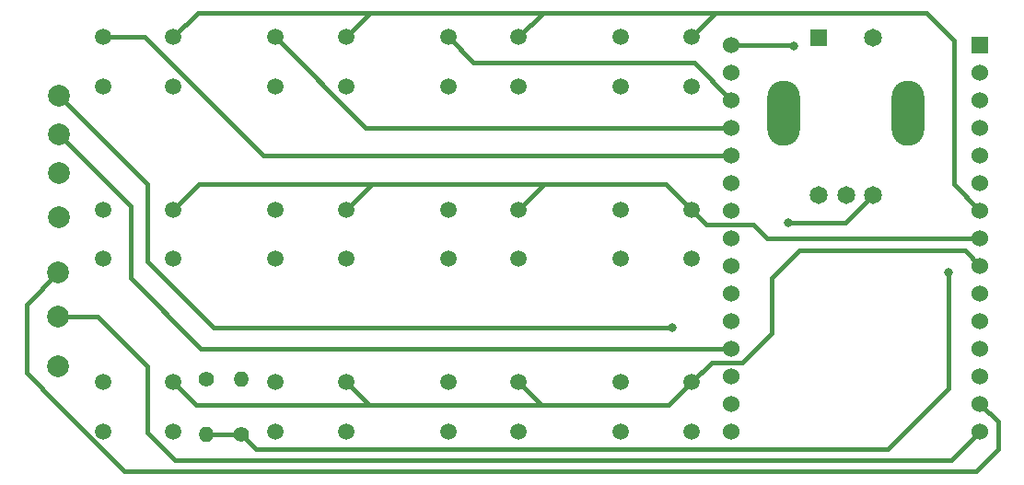
<source format=gbr>
%TF.GenerationSoftware,KiCad,Pcbnew,(6.0.10-0)*%
%TF.CreationDate,2023-02-27T20:49:15-05:00*%
%TF.ProjectId,Shuttle Tracker Node,53687574-746c-4652-9054-7261636b6572,rev?*%
%TF.SameCoordinates,Original*%
%TF.FileFunction,Copper,L1,Top*%
%TF.FilePolarity,Positive*%
%FSLAX46Y46*%
G04 Gerber Fmt 4.6, Leading zero omitted, Abs format (unit mm)*
G04 Created by KiCad (PCBNEW (6.0.10-0)) date 2023-02-27 20:49:15*
%MOMM*%
%LPD*%
G01*
G04 APERTURE LIST*
%TA.AperFunction,ComponentPad*%
%ADD10C,2.000000*%
%TD*%
%TA.AperFunction,ComponentPad*%
%ADD11C,1.507998*%
%TD*%
%TA.AperFunction,ComponentPad*%
%ADD12R,1.650000X1.650000*%
%TD*%
%TA.AperFunction,ComponentPad*%
%ADD13C,1.650000*%
%TD*%
%TA.AperFunction,ComponentPad*%
%ADD14O,3.000000X6.000000*%
%TD*%
%TA.AperFunction,ComponentPad*%
%ADD15C,1.400000*%
%TD*%
%TA.AperFunction,ComponentPad*%
%ADD16O,1.400000X1.400000*%
%TD*%
%TA.AperFunction,ComponentPad*%
%ADD17R,1.530000X1.530000*%
%TD*%
%TA.AperFunction,ComponentPad*%
%ADD18C,1.530000*%
%TD*%
%TA.AperFunction,ViaPad*%
%ADD19C,0.800000*%
%TD*%
%TA.AperFunction,Conductor*%
%ADD20C,0.381000*%
%TD*%
G04 APERTURE END LIST*
D10*
%TO.P,J4,1,Pin_1*%
%TO.N,LCD_GND*%
X135636000Y-97536000D03*
%TD*%
D11*
%TO.P,SW4,1,1*%
%TO.N,C4*%
X187325000Y-80962500D03*
%TO.P,SW4,2,2*%
%TO.N,R1*%
X193825002Y-80962500D03*
%TO.P,SW4,3*%
%TO.N,N/C*%
X187325000Y-85462501D03*
%TO.P,SW4,4*%
X193825002Y-85462501D03*
%TD*%
%TO.P,SW9,1,1*%
%TO.N,C1*%
X139700000Y-112712500D03*
%TO.P,SW9,2,2*%
%TO.N,R3*%
X146200002Y-112712500D03*
%TO.P,SW9,3*%
%TO.N,N/C*%
X139700000Y-117212501D03*
%TO.P,SW9,4*%
X146200002Y-117212501D03*
%TD*%
D10*
%TO.P,J2,1,Pin_1*%
%TO.N,LCD_CLK*%
X135636000Y-89916000D03*
%TD*%
%TO.P,J3,1,Pin_1*%
%TO.N,LCD_5V*%
X135636000Y-93472000D03*
%TD*%
D11*
%TO.P,SW2,1,1*%
%TO.N,C2*%
X155575000Y-80962500D03*
%TO.P,SW2,2,2*%
%TO.N,R1*%
X162075002Y-80962500D03*
%TO.P,SW2,3*%
%TO.N,N/C*%
X155575000Y-85462501D03*
%TO.P,SW2,4*%
X162075002Y-85462501D03*
%TD*%
D10*
%TO.P,J5,1,Pin_1*%
%TO.N,BAT_5V*%
X135620000Y-102616000D03*
%TD*%
D11*
%TO.P,SW10,1,1*%
%TO.N,C2*%
X155575000Y-112712500D03*
%TO.P,SW10,2,2*%
%TO.N,R3*%
X162075002Y-112712500D03*
%TO.P,SW10,3*%
%TO.N,N/C*%
X155575000Y-117212501D03*
%TO.P,SW10,4*%
X162075002Y-117212501D03*
%TD*%
%TO.P,SW5,1,1*%
%TO.N,C1*%
X139700000Y-96837500D03*
%TO.P,SW5,2,2*%
%TO.N,R2*%
X146200002Y-96837500D03*
%TO.P,SW5,3*%
%TO.N,N/C*%
X139700000Y-101337501D03*
%TO.P,SW5,4*%
X146200002Y-101337501D03*
%TD*%
D10*
%TO.P,J6,1,Pin_1*%
%TO.N,BAT_GND*%
X135620000Y-106680000D03*
%TD*%
D11*
%TO.P,SW3,1,1*%
%TO.N,C3*%
X171450000Y-80962500D03*
%TO.P,SW3,2,2*%
%TO.N,R1*%
X177950002Y-80962500D03*
%TO.P,SW3,3*%
%TO.N,N/C*%
X171450000Y-85462501D03*
%TO.P,SW3,4*%
X177950002Y-85462501D03*
%TD*%
%TO.P,SW1,1,1*%
%TO.N,C1*%
X139700000Y-80962500D03*
%TO.P,SW1,2,2*%
%TO.N,R1*%
X146200002Y-80962500D03*
%TO.P,SW1,3*%
%TO.N,N/C*%
X139700000Y-85462501D03*
%TO.P,SW1,4*%
X146200002Y-85462501D03*
%TD*%
D12*
%TO.P,SW13,1*%
%TO.N,N/C*%
X205537501Y-80975001D03*
D13*
%TO.P,SW13,2*%
X210537501Y-80975001D03*
%TO.P,SW13,A,A*%
%TO.N,ENC_A*%
X205537501Y-95475001D03*
%TO.P,SW13,B,B*%
%TO.N,ENC_B*%
X210537501Y-95475001D03*
%TO.P,SW13,C,C*%
%TO.N,ENC_GND_A*%
X208037501Y-95475001D03*
D14*
%TO.P,SW13,S1,S1*%
%TO.N,ENC_SW_IN*%
X202337501Y-87975001D03*
%TO.P,SW13,S2,S2*%
%TO.N,ENC_GND_B*%
X213737501Y-87975001D03*
%TD*%
D11*
%TO.P,SW11,1,1*%
%TO.N,C3*%
X171450000Y-112712500D03*
%TO.P,SW11,2,2*%
%TO.N,R3*%
X177950002Y-112712500D03*
%TO.P,SW11,3*%
%TO.N,N/C*%
X171450000Y-117212501D03*
%TO.P,SW11,4*%
X177950002Y-117212501D03*
%TD*%
%TO.P,SW12,1,1*%
%TO.N,C4*%
X187325000Y-112712500D03*
%TO.P,SW12,2,2*%
%TO.N,R3*%
X193825002Y-112712500D03*
%TO.P,SW12,3*%
%TO.N,N/C*%
X187325000Y-117212501D03*
%TO.P,SW12,4*%
X193825002Y-117212501D03*
%TD*%
%TO.P,SW6,1,1*%
%TO.N,C2*%
X155575000Y-96837500D03*
%TO.P,SW6,2,2*%
%TO.N,R2*%
X162075002Y-96837500D03*
%TO.P,SW6,3*%
%TO.N,N/C*%
X155575000Y-101337501D03*
%TO.P,SW6,4*%
X162075002Y-101337501D03*
%TD*%
%TO.P,SW7,1,1*%
%TO.N,C3*%
X171450000Y-96837500D03*
%TO.P,SW7,2,2*%
%TO.N,R2*%
X177950002Y-96837500D03*
%TO.P,SW7,3*%
%TO.N,N/C*%
X171450000Y-101337501D03*
%TO.P,SW7,4*%
X177950002Y-101337501D03*
%TD*%
D10*
%TO.P,J1,1,Pin_1*%
%TO.N,LCD_DAT*%
X135636000Y-86360000D03*
%TD*%
%TO.P,J7,1,Pin_1*%
%TO.N,V_IN*%
X135594694Y-111252000D03*
%TD*%
D11*
%TO.P,SW8,1,1*%
%TO.N,C4*%
X187325000Y-96837500D03*
%TO.P,SW8,2,2*%
%TO.N,R2*%
X193825002Y-96837500D03*
%TO.P,SW8,3*%
%TO.N,N/C*%
X187325000Y-101337501D03*
%TO.P,SW8,4*%
X193825002Y-101337501D03*
%TD*%
D15*
%TO.P,R1,1*%
%TO.N,V_IN*%
X149225000Y-112395000D03*
D16*
%TO.P,R1,2*%
%TO.N,V_OUT*%
X149225000Y-117475000D03*
%TD*%
D15*
%TO.P,R2,1*%
%TO.N,V_OUT*%
X152400000Y-117475000D03*
D16*
%TO.P,R2,2*%
%TO.N,V_GND*%
X152400000Y-112395000D03*
%TD*%
D17*
%TO.P,U1,1,GND*%
%TO.N,ENC_GND_B*%
X220345000Y-81667800D03*
D18*
%TO.P,U1,2,3V3*%
%TO.N,unconnected-(U1-Pad2)*%
X220345000Y-84207800D03*
%TO.P,U1,3,3V3*%
%TO.N,unconnected-(U1-Pad3)*%
X220345000Y-86747800D03*
%TO.P,U1,4,RST*%
%TO.N,unconnected-(U1-Pad4)*%
X220345000Y-89287800D03*
%TO.P,U1,5,GND*%
%TO.N,unconnected-(U1-Pad5)*%
X220345000Y-91827800D03*
%TO.P,U1,6,GPIO4*%
%TO.N,V_OUT*%
X220345000Y-94367800D03*
%TO.P,U1,7,GPIO5*%
%TO.N,R1*%
X220345000Y-96907800D03*
%TO.P,U1,8,GPIO6*%
%TO.N,R2*%
X220345000Y-99447800D03*
%TO.P,U1,9,GPIO7*%
%TO.N,R3*%
X220345000Y-101987800D03*
%TO.P,U1,10,GND*%
%TO.N,unconnected-(U1-Pad10)*%
X220345000Y-104527800D03*
%TO.P,U1,11,GPIO8*%
%TO.N,unconnected-(U1-Pad11)*%
X220345000Y-107067800D03*
%TO.P,U1,12,GPIO9*%
%TO.N,ENC_A*%
X220345000Y-109607800D03*
%TO.P,U1,13,5V*%
%TO.N,LCD_5V*%
X220345000Y-112147800D03*
%TO.P,U1,14,5V*%
%TO.N,BAT_5V*%
X220345000Y-114687800D03*
%TO.P,U1,15,GND*%
%TO.N,BAT_GND*%
X220345000Y-117227800D03*
%TO.P,U1,16,GND*%
%TO.N,LCD_GND*%
X197485000Y-117227800D03*
%TO.P,U1,17,GND*%
%TO.N,V_GND*%
X197485000Y-114687800D03*
%TO.P,U1,18,GPIO19*%
%TO.N,LCD_DAT*%
X197485000Y-112147800D03*
%TO.P,U1,19,GPIO18*%
%TO.N,LCD_CLK*%
X197485000Y-109607800D03*
%TO.P,U1,20,GND*%
%TO.N,unconnected-(U1-Pad20)*%
X197485000Y-107067800D03*
%TO.P,U1,21,GPIO21/U0TXD*%
%TO.N,unconnected-(U1-Pad21)*%
X197485000Y-104527800D03*
%TO.P,U1,22,GPIO20/U0RXD*%
%TO.N,ENC_B*%
X197485000Y-101987800D03*
%TO.P,U1,23,GND*%
%TO.N,unconnected-(U1-Pad23)*%
X197485000Y-99447800D03*
%TO.P,U1,24,GPIO10*%
%TO.N,ENC_SW_IN*%
X197485000Y-96907800D03*
%TO.P,U1,25,GND*%
%TO.N,unconnected-(U1-Pad25)*%
X197485000Y-94367800D03*
%TO.P,U1,26,GPIO3*%
%TO.N,C1*%
X197485000Y-91827800D03*
%TO.P,U1,27,GPIO2*%
%TO.N,C2*%
X197485000Y-89287800D03*
%TO.P,U1,28,GPIO1/XTAL_32K_N*%
%TO.N,C3*%
X197485000Y-86747800D03*
%TO.P,U1,29,GPIO0/XTAL_32K_P*%
%TO.N,C4*%
X197485000Y-84207800D03*
%TO.P,U1,30,GND*%
%TO.N,ENC_GND_A*%
X197485000Y-81667800D03*
%TD*%
D19*
%TO.N,LCD_DAT*%
X192024000Y-107696000D03*
%TO.N,ENC_B*%
X202692000Y-98044000D03*
%TO.N,V_OUT*%
X217424000Y-102616000D03*
%TO.N,ENC_GND_A*%
X203200000Y-81788000D03*
%TD*%
D20*
%TO.N,LCD_DAT*%
X143764000Y-94488000D02*
X143764000Y-96012000D01*
X149860000Y-107696000D02*
X192024000Y-107696000D01*
X143764000Y-101092000D02*
X143764000Y-101600000D01*
X143764000Y-101600000D02*
X149860000Y-107696000D01*
X143764000Y-94996000D02*
X143764000Y-96012000D01*
X143764000Y-96012000D02*
X143764000Y-101092000D01*
X135636000Y-86360000D02*
X143764000Y-94488000D01*
%TO.N,LCD_CLK*%
X197485000Y-109607800D02*
X148723800Y-109607800D01*
X142240000Y-96520000D02*
X142240000Y-98044000D01*
X148723800Y-109607800D02*
X142240000Y-103124000D01*
X135636000Y-89916000D02*
X142240000Y-96520000D01*
X142240000Y-103124000D02*
X142240000Y-98044000D01*
%TO.N,C1*%
X143574540Y-80962500D02*
X139700000Y-80962500D01*
X197485000Y-91827800D02*
X154439840Y-91827800D01*
X154439840Y-91827800D02*
X143574540Y-80962500D01*
%TO.N,R1*%
X191516000Y-78740000D02*
X191602502Y-78740000D01*
X177950002Y-80962500D02*
X180172502Y-78740000D01*
X215392000Y-78740000D02*
X197612000Y-78740000D01*
X164297502Y-78740000D02*
X166624000Y-78740000D01*
X196047502Y-78740000D02*
X198120000Y-78740000D01*
X217932000Y-94494800D02*
X217932000Y-81280000D01*
X182372000Y-78740000D02*
X191516000Y-78740000D01*
X148422502Y-78740000D02*
X166624000Y-78740000D01*
X146200002Y-80962500D02*
X148422502Y-78740000D01*
X180172502Y-78740000D02*
X182372000Y-78740000D01*
X217932000Y-81280000D02*
X215392000Y-78740000D01*
X166624000Y-78740000D02*
X182372000Y-78740000D01*
X191516000Y-78740000D02*
X198120000Y-78740000D01*
X162075002Y-80962500D02*
X164297502Y-78740000D01*
X220345000Y-96907800D02*
X217932000Y-94494800D01*
X193825002Y-80962500D02*
X196047502Y-78740000D01*
%TO.N,C2*%
X163900300Y-89287800D02*
X155575000Y-80962500D01*
X197485000Y-89287800D02*
X163900300Y-89287800D01*
%TO.N,C3*%
X197485000Y-86747800D02*
X194049200Y-83312000D01*
X173799500Y-83312000D02*
X171450000Y-80962500D01*
X194049200Y-83312000D02*
X173799500Y-83312000D01*
%TO.N,R2*%
X199494385Y-98161985D02*
X200780200Y-99447800D01*
X164424502Y-94488000D02*
X166624000Y-94488000D01*
X180299502Y-94488000D02*
X184404000Y-94488000D01*
X184404000Y-94488000D02*
X191475502Y-94488000D01*
X177950002Y-96837500D02*
X180299502Y-94488000D01*
X195149487Y-98161985D02*
X199494385Y-98161985D01*
X148549502Y-94488000D02*
X166624000Y-94488000D01*
X200780200Y-99447800D02*
X220345000Y-99447800D01*
X193825002Y-96837500D02*
X195149487Y-98161985D01*
X146200002Y-96837500D02*
X148549502Y-94488000D01*
X191475502Y-94488000D02*
X193825002Y-96837500D01*
X166624000Y-94488000D02*
X184404000Y-94488000D01*
X162075002Y-96837500D02*
X164424502Y-94488000D01*
%TO.N,R3*%
X195664347Y-110873155D02*
X198477479Y-110873155D01*
X166116000Y-114808000D02*
X181864000Y-114808000D01*
X146200002Y-112712500D02*
X148295502Y-114808000D01*
X193825002Y-112712500D02*
X195664347Y-110873155D01*
X180045502Y-114808000D02*
X181864000Y-114808000D01*
X203708000Y-100584000D02*
X218941200Y-100584000D01*
X181864000Y-114808000D02*
X191729502Y-114808000D01*
X177950002Y-112712500D02*
X180045502Y-114808000D01*
X162075002Y-112712500D02*
X164170502Y-114808000D01*
X201168000Y-103124000D02*
X203708000Y-100584000D01*
X198477479Y-110873155D02*
X201168000Y-108182634D01*
X201168000Y-108182634D02*
X201168000Y-103124000D01*
X148295502Y-114808000D02*
X166116000Y-114808000D01*
X191729502Y-114808000D02*
X193825002Y-112712500D01*
X164170502Y-114808000D02*
X166116000Y-114808000D01*
X198477479Y-110873155D02*
X198478328Y-110874004D01*
X218941200Y-100584000D02*
X220345000Y-101987800D01*
%TO.N,ENC_B*%
X210537501Y-95475001D02*
X207968502Y-98044000D01*
X207968502Y-98044000D02*
X202692000Y-98044000D01*
%TO.N,V_OUT*%
X152400000Y-117475000D02*
X153797000Y-118872000D01*
X211836000Y-118872000D02*
X217424000Y-113284000D01*
X158496000Y-118872000D02*
X211836000Y-118872000D01*
X153797000Y-118872000D02*
X158496000Y-118872000D01*
X149225000Y-117475000D02*
X152400000Y-117475000D01*
X217424000Y-113284000D02*
X217424000Y-102616000D01*
%TO.N,ENC_GND_A*%
X203079800Y-81667800D02*
X197485000Y-81667800D01*
X203200000Y-81788000D02*
X203079800Y-81667800D01*
%TO.N,BAT_5V*%
X219964000Y-120904000D02*
X221996000Y-118872000D01*
X135620000Y-102616000D02*
X132684681Y-105551319D01*
X132684681Y-105551319D02*
X132684681Y-111856681D01*
X132684681Y-111856681D02*
X134112000Y-113284000D01*
X134112000Y-113284000D02*
X134112000Y-113319435D01*
X141696565Y-120904000D02*
X146812000Y-120904000D01*
X134112000Y-113319435D02*
X141696565Y-120904000D01*
X146812000Y-120904000D02*
X219964000Y-120904000D01*
X221996000Y-118872000D02*
X221996000Y-116338800D01*
X221996000Y-116338800D02*
X220345000Y-114687800D01*
%TO.N,BAT_GND*%
X143764000Y-117348000D02*
X146304000Y-119888000D01*
X139192000Y-106680000D02*
X143764000Y-111252000D01*
X217684800Y-119888000D02*
X220345000Y-117227800D01*
X143764000Y-111252000D02*
X143764000Y-117348000D01*
X146304000Y-119888000D02*
X148336000Y-119888000D01*
X135620000Y-106680000D02*
X139192000Y-106680000D01*
X148336000Y-119888000D02*
X217684800Y-119888000D01*
%TD*%
M02*

</source>
